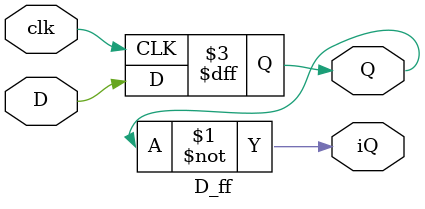
<source format=v>
module top_module (
    input clk,
    input x,
    output z
);
    wire Q1, Q2, Q3;
    wire iQ2, iQ3;
    D_ff dff1(
        .clk(clk),
        .D(x ^ Q1),
        .Q(Q1),
        .iQ()
    );
    D_ff dff2(
        .clk(clk),
        .D(x & iQ2),
        .Q(Q2),
        .iQ(iQ2)
    );
    D_ff dff3(
        .clk(clk),
        .D(x | iQ3),
        .Q(Q3),
        .iQ(iQ3)
    );

    assign z = ~(Q1 | Q2 | Q3);

endmodule

module D_ff(
    input clk,
    input D,
    output Q,
    output iQ
);
    assign iQ = ~Q;
    always @(posedge clk) begin
        Q <= D;
    end
endmodule


</source>
